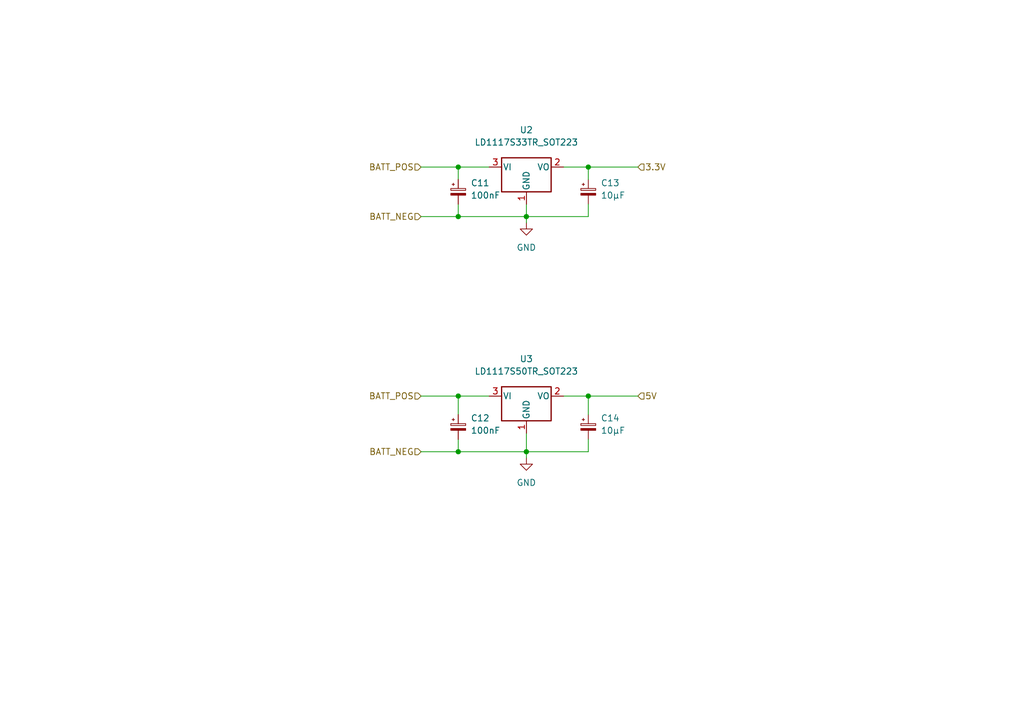
<source format=kicad_sch>
(kicad_sch (version 20211123) (generator eeschema)
  (paper "A5")
  (lib_symbols
    (symbol "Device:C_Polarized_Small" (pin_numbers hide) (pin_names (offset 0.254) hide)
      (property "Reference" "C" (at 0.254 1.778 0))
      (property "Value" "C_Polarized_Small" (at 0.254 -2.032 0))
      (symbol "C_Polarized_Small_0_1"
        (rectangle (start -1.524 -0.3048) (end 1.524 -0.6858) (fill (type outline)))
        (rectangle (start -1.524 0.6858) (end 1.524 0.3048))
        (polyline (pts (xy -1.27 1.524) (xy -0.762 1.524)))
        (polyline (pts (xy -1.016 1.27) (xy -1.016 1.778)))
      )
      (symbol "C_Polarized_Small_1_1"
        (pin passive line (at 0 2.54 270) (length 1.8542) (name "~") (number "1"))
        (pin passive line (at 0 -2.54 90) (length 1.8542) (name "~") (number "2"))
      )
    )
    (symbol "LUYTSM:LD1117S33TR_SOT223" (pin_names (offset 0.254))
      (property "Reference" "U" (at -3.81 3.175 0))
      (property "Value" "LD1117S33TR_SOT223" (at 0 3.175 0))
      (symbol "LD1117S33TR_SOT223_0_1"
        (rectangle (start -5.08 -5.08) (end 5.08 1.905) (stroke (width 0.254)))
      )
      (symbol "LD1117S33TR_SOT223_1_1"
        (pin power_in line (at 0 -7.62 90) (length 2.54) (name "GND") (number "1"))
        (pin power_out line (at 7.62 0 180) (length 2.54) (name "VO") (number "2"))
        (pin power_in line (at -7.62 0 0) (length 2.54) (name "VI") (number "3"))
      )
    )
    (symbol "LUYTSM:LD1117S50TR_SOT223" (pin_names (offset 0.254))
      (property "Reference" "U" (at -3.81 3.175 0))
      (property "Value" "LD1117S50TR_SOT223" (at 0 3.175 0))
      (symbol "LD1117S50TR_SOT223_0_1"
        (rectangle (start -5.08 -5.08) (end 5.08 1.905) (stroke (width 0.254)))
      )
      (symbol "LD1117S50TR_SOT223_1_1"
        (pin power_in line (at 0 -7.62 90) (length 2.54) (name "GND") (number "1"))
        (pin power_out line (at 7.62 0 180) (length 2.54) (name "VO") (number "2"))
        (pin power_in line (at -7.62 0 0) (length 2.54) (name "VI") (number "3"))
      )
    )
    (symbol "power:GND" (power) (pin_names (offset 0))
      (property "Value" "GND" (at 0 -3.81 0))
      (symbol "GND_0_1"
        (polyline (pts (xy 0 0) (xy 0 -1.27) (xy 1.27 -1.27) (xy 0 -2.54) (xy -1.27 -1.27) (xy 0 -1.27)))
      )
      (symbol "GND_1_1"
        (pin power_in line (at 0 0 270) (length 0) hide (name "GND") (number "1"))
      )
    )
  )
  (junction (at 93.98 44.45))
  (junction (at 93.98 81.28))
  (junction (at 120.65 81.28))
  (junction (at 107.95 44.45))
  (junction (at 107.95 92.71))
  (junction (at 93.98 34.29))
  (junction (at 93.98 92.71))
  (junction (at 120.65 34.29))
  (wire (pts (xy 93.98 41.91) (xy 93.98 44.45)))
  (wire (pts (xy 93.98 81.28) (xy 100.33 81.28)))
  (wire (pts (xy 120.65 90.17) (xy 120.65 92.71)))
  (wire (pts (xy 93.98 34.29) (xy 100.33 34.29)))
  (wire (pts (xy 115.57 34.29) (xy 120.65 34.29)))
  (wire (pts (xy 120.65 44.45) (xy 107.95 44.45)))
  (wire (pts (xy 107.95 92.71) (xy 107.95 88.9)))
  (wire (pts (xy 107.95 44.45) (xy 107.95 41.91)))
  (wire (pts (xy 120.65 41.91) (xy 120.65 44.45)))
  (wire (pts (xy 120.65 81.28) (xy 130.81 81.28)))
  (wire (pts (xy 86.36 81.28) (xy 93.98 81.28)))
  (wire (pts (xy 86.36 34.29) (xy 93.98 34.29)))
  (wire (pts (xy 93.98 92.71) (xy 107.95 92.71)))
  (wire (pts (xy 93.98 81.28) (xy 93.98 85.09)))
  (wire (pts (xy 93.98 90.17) (xy 93.98 92.71)))
  (wire (pts (xy 93.98 34.29) (xy 93.98 36.83)))
  (wire (pts (xy 93.98 44.45) (xy 107.95 44.45)))
  (wire (pts (xy 107.95 44.45) (xy 107.95 45.72)))
  (wire (pts (xy 120.65 34.29) (xy 120.65 36.83)))
  (wire (pts (xy 115.57 81.28) (xy 120.65 81.28)))
  (wire (pts (xy 107.95 92.71) (xy 107.95 93.98)))
  (wire (pts (xy 86.36 92.71) (xy 93.98 92.71)))
  (wire (pts (xy 120.65 81.28) (xy 120.65 85.09)))
  (wire (pts (xy 86.36 44.45) (xy 93.98 44.45)))
  (wire (pts (xy 120.65 92.71) (xy 107.95 92.71)))
  (wire (pts (xy 120.65 34.29) (xy 130.81 34.29)))
  (hierarchical_label "5V" (shape input) (at 130.81 81.28 0))
  (hierarchical_label "3.3V" (shape input) (at 130.81 34.29 0))
  (hierarchical_label "BATT_POS" (shape input) (at 86.36 81.28 180))
  (hierarchical_label "BATT_NEG" (shape input) (at 86.36 92.71 180))
  (hierarchical_label "BATT_NEG" (shape input) (at 86.36 44.45 180))
  (hierarchical_label "BATT_POS" (shape input) (at 86.36 34.29 180))
  (symbol (lib_id "Device:C_Polarized_Small") (at 120.65 87.63 0) (unit 1)
    (property "Reference" "C14" (at 123.19 85.8138 0) (effects (justify left)))
    (property "Value" "10µF" (at 123.19 88.3538 0) (effects (justify left)))
    (property "Footprint" "Capacitor_SMD:C_0805_2012Metric_Pad1.18x1.45mm_HandSolder" (effects hide))
  )
  (symbol (lib_id "LUYTSM:LD1117S33TR_SOT223") (at 107.95 34.29 0) (unit 1)
    (property "Reference" "U2" (at 107.95 26.67 0))
    (property "Value" "LD1117S33TR_SOT223" (at 107.95 29.21 0))
    (property "Footprint" "Package_TO_SOT_SMD:SOT-223-3_TabPin2" (effects hide))
    (property "Datasheet" "http://www.st.com/st-web-ui/static/active/en/resource/technical/document/datasheet/CD00000544.pdf" (effects hide))
  )
  (symbol (lib_id "Device:C_Polarized_Small") (at 120.65 39.37 0) (unit 1)
    (property "Reference" "C13" (at 123.19 37.5538 0) (effects (justify left)))
    (property "Value" "10µF" (at 123.19 40.0938 0) (effects (justify left)))
    (property "Footprint" "Capacitor_SMD:C_0805_2012Metric_Pad1.18x1.45mm_HandSolder" (effects hide))
  )
  (symbol (lib_id "Device:C_Polarized_Small") (at 93.98 39.37 0) (unit 1)
    (property "Reference" "C11" (at 96.52 37.5538 0) (effects (justify left)))
    (property "Value" "100nF" (at 96.52 40.0938 0) (effects (justify left)))
    (property "Footprint" "Capacitor_SMD:C_0805_2012Metric_Pad1.18x1.45mm_HandSolder" (effects hide))
  )
  (symbol (lib_id "Device:C_Polarized_Small") (at 93.98 87.63 0) (unit 1)
    (property "Reference" "C12" (at 96.52 85.8138 0) (effects (justify left)))
    (property "Value" "100nF" (at 96.52 88.3538 0) (effects (justify left)))
    (property "Footprint" "Capacitor_SMD:C_0805_2012Metric_Pad1.18x1.45mm_HandSolder" (effects hide))
  )
  (symbol (lib_id "LUYTSM:LD1117S50TR_SOT223") (at 107.95 81.28 0) (unit 1)
    (property "Reference" "U3" (at 107.95 73.66 0))
    (property "Value" "LD1117S50TR_SOT223" (at 107.95 76.2 0))
    (property "Footprint" "Package_TO_SOT_SMD:SOT-223-3_TabPin2" (effects hide))
    (property "Datasheet" "http://www.st.com/st-web-ui/static/active/en/resource/technical/document/datasheet/CD00000544.pdf" (effects hide))
  )
  (symbol (lib_id "power:GND") (at 107.95 93.98 0) (unit 1)
    (property "Reference" "#PWR0131" (effects hide))
    (property "Value" "GND" (at 107.95 99.06 0))
  )
  (symbol (lib_id "power:GND") (at 107.95 45.72 0) (unit 1)
    (property "Reference" "#PWR0130" (effects hide))
    (property "Value" "GND" (at 107.95 50.8 0))
  )
)
</source>
